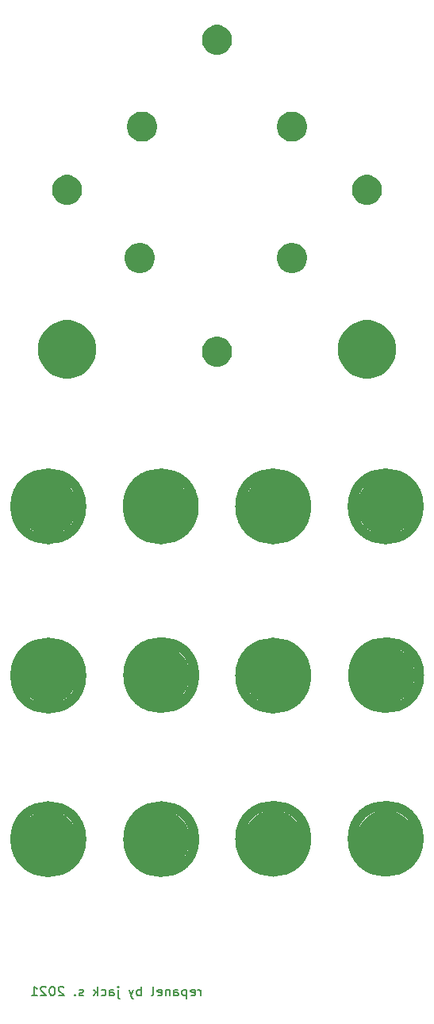
<source format=gbr>
G04 #@! TF.GenerationSoftware,KiCad,Pcbnew,(5.1.5-0)*
G04 #@! TF.CreationDate,2021-01-08T11:46:13-08:00*
G04 #@! TF.ProjectId,hyperchaosdeluxe,68797065-7263-4686-916f-7364656c7578,rev?*
G04 #@! TF.SameCoordinates,Original*
G04 #@! TF.FileFunction,Soldermask,Bot*
G04 #@! TF.FilePolarity,Negative*
%FSLAX46Y46*%
G04 Gerber Fmt 4.6, Leading zero omitted, Abs format (unit mm)*
G04 Created by KiCad (PCBNEW (5.1.5-0)) date 2021-01-08 11:46:13*
%MOMM*%
%LPD*%
G04 APERTURE LIST*
%ADD10C,0.150000*%
%ADD11C,1.000000*%
%ADD12C,0.100000*%
G04 APERTURE END LIST*
D10*
X23226190Y-371702380D02*
X23226190Y-371035714D01*
X23226190Y-371226190D02*
X23178571Y-371130952D01*
X23130952Y-371083333D01*
X23035714Y-371035714D01*
X22940476Y-371035714D01*
X22226190Y-371654761D02*
X22321428Y-371702380D01*
X22511904Y-371702380D01*
X22607142Y-371654761D01*
X22654761Y-371559523D01*
X22654761Y-371178571D01*
X22607142Y-371083333D01*
X22511904Y-371035714D01*
X22321428Y-371035714D01*
X22226190Y-371083333D01*
X22178571Y-371178571D01*
X22178571Y-371273809D01*
X22654761Y-371369047D01*
X21750000Y-371035714D02*
X21750000Y-372035714D01*
X21750000Y-371083333D02*
X21654761Y-371035714D01*
X21464285Y-371035714D01*
X21369047Y-371083333D01*
X21321428Y-371130952D01*
X21273809Y-371226190D01*
X21273809Y-371511904D01*
X21321428Y-371607142D01*
X21369047Y-371654761D01*
X21464285Y-371702380D01*
X21654761Y-371702380D01*
X21750000Y-371654761D01*
X20416666Y-371702380D02*
X20416666Y-371178571D01*
X20464285Y-371083333D01*
X20559523Y-371035714D01*
X20750000Y-371035714D01*
X20845238Y-371083333D01*
X20416666Y-371654761D02*
X20511904Y-371702380D01*
X20750000Y-371702380D01*
X20845238Y-371654761D01*
X20892857Y-371559523D01*
X20892857Y-371464285D01*
X20845238Y-371369047D01*
X20750000Y-371321428D01*
X20511904Y-371321428D01*
X20416666Y-371273809D01*
X19940476Y-371035714D02*
X19940476Y-371702380D01*
X19940476Y-371130952D02*
X19892857Y-371083333D01*
X19797619Y-371035714D01*
X19654761Y-371035714D01*
X19559523Y-371083333D01*
X19511904Y-371178571D01*
X19511904Y-371702380D01*
X18654761Y-371654761D02*
X18750000Y-371702380D01*
X18940476Y-371702380D01*
X19035714Y-371654761D01*
X19083333Y-371559523D01*
X19083333Y-371178571D01*
X19035714Y-371083333D01*
X18940476Y-371035714D01*
X18750000Y-371035714D01*
X18654761Y-371083333D01*
X18607142Y-371178571D01*
X18607142Y-371273809D01*
X19083333Y-371369047D01*
X18035714Y-371702380D02*
X18130952Y-371654761D01*
X18178571Y-371559523D01*
X18178571Y-370702380D01*
X16892857Y-371702380D02*
X16892857Y-370702380D01*
X16892857Y-371083333D02*
X16797619Y-371035714D01*
X16607142Y-371035714D01*
X16511904Y-371083333D01*
X16464285Y-371130952D01*
X16416666Y-371226190D01*
X16416666Y-371511904D01*
X16464285Y-371607142D01*
X16511904Y-371654761D01*
X16607142Y-371702380D01*
X16797619Y-371702380D01*
X16892857Y-371654761D01*
X16083333Y-371035714D02*
X15845238Y-371702380D01*
X15607142Y-371035714D02*
X15845238Y-371702380D01*
X15940476Y-371940476D01*
X15988095Y-371988095D01*
X16083333Y-372035714D01*
X14464285Y-371035714D02*
X14464285Y-371892857D01*
X14511904Y-371988095D01*
X14607142Y-372035714D01*
X14654761Y-372035714D01*
X14464285Y-370702380D02*
X14511904Y-370750000D01*
X14464285Y-370797619D01*
X14416666Y-370750000D01*
X14464285Y-370702380D01*
X14464285Y-370797619D01*
X13559523Y-371702380D02*
X13559523Y-371178571D01*
X13607142Y-371083333D01*
X13702380Y-371035714D01*
X13892857Y-371035714D01*
X13988095Y-371083333D01*
X13559523Y-371654761D02*
X13654761Y-371702380D01*
X13892857Y-371702380D01*
X13988095Y-371654761D01*
X14035714Y-371559523D01*
X14035714Y-371464285D01*
X13988095Y-371369047D01*
X13892857Y-371321428D01*
X13654761Y-371321428D01*
X13559523Y-371273809D01*
X12654761Y-371654761D02*
X12750000Y-371702380D01*
X12940476Y-371702380D01*
X13035714Y-371654761D01*
X13083333Y-371607142D01*
X13130952Y-371511904D01*
X13130952Y-371226190D01*
X13083333Y-371130952D01*
X13035714Y-371083333D01*
X12940476Y-371035714D01*
X12750000Y-371035714D01*
X12654761Y-371083333D01*
X12226190Y-371702380D02*
X12226190Y-370702380D01*
X12130952Y-371321428D02*
X11845238Y-371702380D01*
X11845238Y-371035714D02*
X12226190Y-371416666D01*
X10702380Y-371654761D02*
X10607142Y-371702380D01*
X10416666Y-371702380D01*
X10321428Y-371654761D01*
X10273809Y-371559523D01*
X10273809Y-371511904D01*
X10321428Y-371416666D01*
X10416666Y-371369047D01*
X10559523Y-371369047D01*
X10654761Y-371321428D01*
X10702380Y-371226190D01*
X10702380Y-371178571D01*
X10654761Y-371083333D01*
X10559523Y-371035714D01*
X10416666Y-371035714D01*
X10321428Y-371083333D01*
X9845238Y-371607142D02*
X9797619Y-371654761D01*
X9845238Y-371702380D01*
X9892857Y-371654761D01*
X9845238Y-371607142D01*
X9845238Y-371702380D01*
X8654761Y-370797619D02*
X8607142Y-370750000D01*
X8511904Y-370702380D01*
X8273809Y-370702380D01*
X8178571Y-370750000D01*
X8130952Y-370797619D01*
X8083333Y-370892857D01*
X8083333Y-370988095D01*
X8130952Y-371130952D01*
X8702380Y-371702380D01*
X8083333Y-371702380D01*
X7464285Y-370702380D02*
X7369047Y-370702380D01*
X7273809Y-370750000D01*
X7226190Y-370797619D01*
X7178571Y-370892857D01*
X7130952Y-371083333D01*
X7130952Y-371321428D01*
X7178571Y-371511904D01*
X7226190Y-371607142D01*
X7273809Y-371654761D01*
X7369047Y-371702380D01*
X7464285Y-371702380D01*
X7559523Y-371654761D01*
X7607142Y-371607142D01*
X7654761Y-371511904D01*
X7702380Y-371321428D01*
X7702380Y-371083333D01*
X7654761Y-370892857D01*
X7607142Y-370797619D01*
X7559523Y-370750000D01*
X7464285Y-370702380D01*
X6750000Y-370797619D02*
X6702380Y-370750000D01*
X6607142Y-370702380D01*
X6369047Y-370702380D01*
X6273809Y-370750000D01*
X6226190Y-370797619D01*
X6178571Y-370892857D01*
X6178571Y-370988095D01*
X6226190Y-371130952D01*
X6797619Y-371702380D01*
X6178571Y-371702380D01*
X5226190Y-371702380D02*
X5797619Y-371702380D01*
X5511904Y-371702380D02*
X5511904Y-370702380D01*
X5607142Y-370845238D01*
X5702380Y-370940476D01*
X5797619Y-370988095D01*
D11*
X10550000Y-319500000D02*
G75*
G03X10550000Y-319500000I-3550000J0D01*
G01*
X22550000Y-319500000D02*
G75*
G03X22550000Y-319500000I-3550000J0D01*
G01*
X46550000Y-319500000D02*
G75*
G03X46550000Y-319500000I-3550000J0D01*
G01*
X34550000Y-319500000D02*
G75*
G03X34550000Y-319500000I-3550000J0D01*
G01*
X10550000Y-337550000D02*
G75*
G03X10550000Y-337550000I-3550000J0D01*
G01*
X10550000Y-355000000D02*
G75*
G03X10550000Y-355000000I-3550000J0D01*
G01*
X22600000Y-355000000D02*
G75*
G03X22600000Y-355000000I-3550000J0D01*
G01*
X22600000Y-337500000D02*
G75*
G03X22600000Y-337500000I-3550000J0D01*
G01*
X34550000Y-354950000D02*
G75*
G03X34550000Y-354950000I-3550000J0D01*
G01*
X34550000Y-337550000D02*
G75*
G03X34550000Y-337550000I-3550000J0D01*
G01*
X46550000Y-354950000D02*
G75*
G03X46550000Y-354950000I-3550000J0D01*
G01*
X46600000Y-337500000D02*
G75*
G03X46600000Y-337500000I-3550000J0D01*
G01*
D12*
G36*
X43604975Y-351958585D02*
G01*
X43904528Y-352018170D01*
X44468874Y-352251930D01*
X44976772Y-352591296D01*
X45408704Y-353023228D01*
X45748070Y-353531126D01*
X45981830Y-354095472D01*
X46101000Y-354694578D01*
X46101000Y-355305422D01*
X45981830Y-355904528D01*
X45748070Y-356468874D01*
X45408704Y-356976772D01*
X44976772Y-357408704D01*
X44468874Y-357748070D01*
X43904528Y-357981830D01*
X43604975Y-358041415D01*
X43305423Y-358101000D01*
X42694577Y-358101000D01*
X42395025Y-358041415D01*
X42095472Y-357981830D01*
X41531126Y-357748070D01*
X41023228Y-357408704D01*
X40591296Y-356976772D01*
X40251930Y-356468874D01*
X40018170Y-355904528D01*
X39899000Y-355305422D01*
X39899000Y-354694578D01*
X40018170Y-354095472D01*
X40251930Y-353531126D01*
X40591296Y-353023228D01*
X41023228Y-352591296D01*
X41531126Y-352251930D01*
X42095472Y-352018170D01*
X42395025Y-351958585D01*
X42694577Y-351899000D01*
X43305423Y-351899000D01*
X43604975Y-351958585D01*
G37*
G36*
X31604975Y-351958585D02*
G01*
X31904528Y-352018170D01*
X32468874Y-352251930D01*
X32976772Y-352591296D01*
X33408704Y-353023228D01*
X33748070Y-353531126D01*
X33981830Y-354095472D01*
X34101000Y-354694578D01*
X34101000Y-355305422D01*
X33981830Y-355904528D01*
X33748070Y-356468874D01*
X33408704Y-356976772D01*
X32976772Y-357408704D01*
X32468874Y-357748070D01*
X31904528Y-357981830D01*
X31604975Y-358041415D01*
X31305423Y-358101000D01*
X30694577Y-358101000D01*
X30395025Y-358041415D01*
X30095472Y-357981830D01*
X29531126Y-357748070D01*
X29023228Y-357408704D01*
X28591296Y-356976772D01*
X28251930Y-356468874D01*
X28018170Y-355904528D01*
X27899000Y-355305422D01*
X27899000Y-354694578D01*
X28018170Y-354095472D01*
X28251930Y-353531126D01*
X28591296Y-353023228D01*
X29023228Y-352591296D01*
X29531126Y-352251930D01*
X30095472Y-352018170D01*
X30395025Y-351958585D01*
X30694577Y-351899000D01*
X31305423Y-351899000D01*
X31604975Y-351958585D01*
G37*
G36*
X19604975Y-351958585D02*
G01*
X19904528Y-352018170D01*
X20468874Y-352251930D01*
X20976772Y-352591296D01*
X21408704Y-353023228D01*
X21748070Y-353531126D01*
X21981830Y-354095472D01*
X22101000Y-354694578D01*
X22101000Y-355305422D01*
X21981830Y-355904528D01*
X21748070Y-356468874D01*
X21408704Y-356976772D01*
X20976772Y-357408704D01*
X20468874Y-357748070D01*
X19904528Y-357981830D01*
X19604975Y-358041415D01*
X19305423Y-358101000D01*
X18694577Y-358101000D01*
X18395025Y-358041415D01*
X18095472Y-357981830D01*
X17531126Y-357748070D01*
X17023228Y-357408704D01*
X16591296Y-356976772D01*
X16251930Y-356468874D01*
X16018170Y-355904528D01*
X15899000Y-355305422D01*
X15899000Y-354694578D01*
X16018170Y-354095472D01*
X16251930Y-353531126D01*
X16591296Y-353023228D01*
X17023228Y-352591296D01*
X17531126Y-352251930D01*
X18095472Y-352018170D01*
X18395025Y-351958585D01*
X18694577Y-351899000D01*
X19305423Y-351899000D01*
X19604975Y-351958585D01*
G37*
G36*
X7604975Y-351958585D02*
G01*
X7904528Y-352018170D01*
X8468874Y-352251930D01*
X8976772Y-352591296D01*
X9408704Y-353023228D01*
X9748070Y-353531126D01*
X9981830Y-354095472D01*
X10101000Y-354694578D01*
X10101000Y-355305422D01*
X9981830Y-355904528D01*
X9748070Y-356468874D01*
X9408704Y-356976772D01*
X8976772Y-357408704D01*
X8468874Y-357748070D01*
X7904528Y-357981830D01*
X7604975Y-358041415D01*
X7305423Y-358101000D01*
X6694577Y-358101000D01*
X6395025Y-358041415D01*
X6095472Y-357981830D01*
X5531126Y-357748070D01*
X5023228Y-357408704D01*
X4591296Y-356976772D01*
X4251930Y-356468874D01*
X4018170Y-355904528D01*
X3899000Y-355305422D01*
X3899000Y-354694578D01*
X4018170Y-354095472D01*
X4251930Y-353531126D01*
X4591296Y-353023228D01*
X5023228Y-352591296D01*
X5531126Y-352251930D01*
X6095472Y-352018170D01*
X6395025Y-351958585D01*
X6694577Y-351899000D01*
X7305423Y-351899000D01*
X7604975Y-351958585D01*
G37*
G36*
X43604975Y-334458585D02*
G01*
X43904528Y-334518170D01*
X44468874Y-334751930D01*
X44976772Y-335091296D01*
X45408704Y-335523228D01*
X45748070Y-336031126D01*
X45981830Y-336595472D01*
X46101000Y-337194578D01*
X46101000Y-337805422D01*
X45981830Y-338404528D01*
X45748070Y-338968874D01*
X45408704Y-339476772D01*
X44976772Y-339908704D01*
X44468874Y-340248070D01*
X43904528Y-340481830D01*
X43604975Y-340541415D01*
X43305423Y-340601000D01*
X42694577Y-340601000D01*
X42395025Y-340541415D01*
X42095472Y-340481830D01*
X41531126Y-340248070D01*
X41023228Y-339908704D01*
X40591296Y-339476772D01*
X40251930Y-338968874D01*
X40018170Y-338404528D01*
X39899000Y-337805422D01*
X39899000Y-337194578D01*
X40018170Y-336595472D01*
X40251930Y-336031126D01*
X40591296Y-335523228D01*
X41023228Y-335091296D01*
X41531126Y-334751930D01*
X42095472Y-334518170D01*
X42395025Y-334458585D01*
X42694577Y-334399000D01*
X43305423Y-334399000D01*
X43604975Y-334458585D01*
G37*
G36*
X31604975Y-334458585D02*
G01*
X31904528Y-334518170D01*
X32468874Y-334751930D01*
X32976772Y-335091296D01*
X33408704Y-335523228D01*
X33748070Y-336031126D01*
X33981830Y-336595472D01*
X34101000Y-337194578D01*
X34101000Y-337805422D01*
X33981830Y-338404528D01*
X33748070Y-338968874D01*
X33408704Y-339476772D01*
X32976772Y-339908704D01*
X32468874Y-340248070D01*
X31904528Y-340481830D01*
X31604975Y-340541415D01*
X31305423Y-340601000D01*
X30694577Y-340601000D01*
X30395025Y-340541415D01*
X30095472Y-340481830D01*
X29531126Y-340248070D01*
X29023228Y-339908704D01*
X28591296Y-339476772D01*
X28251930Y-338968874D01*
X28018170Y-338404528D01*
X27899000Y-337805422D01*
X27899000Y-337194578D01*
X28018170Y-336595472D01*
X28251930Y-336031126D01*
X28591296Y-335523228D01*
X29023228Y-335091296D01*
X29531126Y-334751930D01*
X30095472Y-334518170D01*
X30395025Y-334458585D01*
X30694577Y-334399000D01*
X31305423Y-334399000D01*
X31604975Y-334458585D01*
G37*
G36*
X19604975Y-334458585D02*
G01*
X19904528Y-334518170D01*
X20468874Y-334751930D01*
X20976772Y-335091296D01*
X21408704Y-335523228D01*
X21748070Y-336031126D01*
X21981830Y-336595472D01*
X22101000Y-337194578D01*
X22101000Y-337805422D01*
X21981830Y-338404528D01*
X21748070Y-338968874D01*
X21408704Y-339476772D01*
X20976772Y-339908704D01*
X20468874Y-340248070D01*
X19904528Y-340481830D01*
X19604975Y-340541415D01*
X19305423Y-340601000D01*
X18694577Y-340601000D01*
X18395025Y-340541415D01*
X18095472Y-340481830D01*
X17531126Y-340248070D01*
X17023228Y-339908704D01*
X16591296Y-339476772D01*
X16251930Y-338968874D01*
X16018170Y-338404528D01*
X15899000Y-337805422D01*
X15899000Y-337194578D01*
X16018170Y-336595472D01*
X16251930Y-336031126D01*
X16591296Y-335523228D01*
X17023228Y-335091296D01*
X17531126Y-334751930D01*
X18095472Y-334518170D01*
X18395025Y-334458585D01*
X18694577Y-334399000D01*
X19305423Y-334399000D01*
X19604975Y-334458585D01*
G37*
G36*
X7604975Y-334458585D02*
G01*
X7904528Y-334518170D01*
X8468874Y-334751930D01*
X8976772Y-335091296D01*
X9408704Y-335523228D01*
X9748070Y-336031126D01*
X9981830Y-336595472D01*
X10101000Y-337194578D01*
X10101000Y-337805422D01*
X9981830Y-338404528D01*
X9748070Y-338968874D01*
X9408704Y-339476772D01*
X8976772Y-339908704D01*
X8468874Y-340248070D01*
X7904528Y-340481830D01*
X7604975Y-340541415D01*
X7305423Y-340601000D01*
X6694577Y-340601000D01*
X6395025Y-340541415D01*
X6095472Y-340481830D01*
X5531126Y-340248070D01*
X5023228Y-339908704D01*
X4591296Y-339476772D01*
X4251930Y-338968874D01*
X4018170Y-338404528D01*
X3899000Y-337805422D01*
X3899000Y-337194578D01*
X4018170Y-336595472D01*
X4251930Y-336031126D01*
X4591296Y-335523228D01*
X5023228Y-335091296D01*
X5531126Y-334751930D01*
X6095472Y-334518170D01*
X6395025Y-334458585D01*
X6694577Y-334399000D01*
X7305423Y-334399000D01*
X7604975Y-334458585D01*
G37*
G36*
X7604975Y-316458585D02*
G01*
X7904528Y-316518170D01*
X8468874Y-316751930D01*
X8976772Y-317091296D01*
X9408704Y-317523228D01*
X9748070Y-318031126D01*
X9981830Y-318595472D01*
X10101000Y-319194578D01*
X10101000Y-319805422D01*
X9981830Y-320404528D01*
X9748070Y-320968874D01*
X9408704Y-321476772D01*
X8976772Y-321908704D01*
X8468874Y-322248070D01*
X7904528Y-322481830D01*
X7604975Y-322541415D01*
X7305423Y-322601000D01*
X6694577Y-322601000D01*
X6395025Y-322541415D01*
X6095472Y-322481830D01*
X5531126Y-322248070D01*
X5023228Y-321908704D01*
X4591296Y-321476772D01*
X4251930Y-320968874D01*
X4018170Y-320404528D01*
X3899000Y-319805422D01*
X3899000Y-319194578D01*
X4018170Y-318595472D01*
X4251930Y-318031126D01*
X4591296Y-317523228D01*
X5023228Y-317091296D01*
X5531126Y-316751930D01*
X6095472Y-316518170D01*
X6395025Y-316458585D01*
X6694577Y-316399000D01*
X7305423Y-316399000D01*
X7604975Y-316458585D01*
G37*
G36*
X19604975Y-316458585D02*
G01*
X19904528Y-316518170D01*
X20468874Y-316751930D01*
X20976772Y-317091296D01*
X21408704Y-317523228D01*
X21748070Y-318031126D01*
X21981830Y-318595472D01*
X22101000Y-319194578D01*
X22101000Y-319805422D01*
X21981830Y-320404528D01*
X21748070Y-320968874D01*
X21408704Y-321476772D01*
X20976772Y-321908704D01*
X20468874Y-322248070D01*
X19904528Y-322481830D01*
X19604975Y-322541415D01*
X19305423Y-322601000D01*
X18694577Y-322601000D01*
X18395025Y-322541415D01*
X18095472Y-322481830D01*
X17531126Y-322248070D01*
X17023228Y-321908704D01*
X16591296Y-321476772D01*
X16251930Y-320968874D01*
X16018170Y-320404528D01*
X15899000Y-319805422D01*
X15899000Y-319194578D01*
X16018170Y-318595472D01*
X16251930Y-318031126D01*
X16591296Y-317523228D01*
X17023228Y-317091296D01*
X17531126Y-316751930D01*
X18095472Y-316518170D01*
X18395025Y-316458585D01*
X18694577Y-316399000D01*
X19305423Y-316399000D01*
X19604975Y-316458585D01*
G37*
G36*
X31604975Y-316458585D02*
G01*
X31904528Y-316518170D01*
X32468874Y-316751930D01*
X32976772Y-317091296D01*
X33408704Y-317523228D01*
X33748070Y-318031126D01*
X33981830Y-318595472D01*
X34101000Y-319194578D01*
X34101000Y-319805422D01*
X33981830Y-320404528D01*
X33748070Y-320968874D01*
X33408704Y-321476772D01*
X32976772Y-321908704D01*
X32468874Y-322248070D01*
X31904528Y-322481830D01*
X31604975Y-322541415D01*
X31305423Y-322601000D01*
X30694577Y-322601000D01*
X30395025Y-322541415D01*
X30095472Y-322481830D01*
X29531126Y-322248070D01*
X29023228Y-321908704D01*
X28591296Y-321476772D01*
X28251930Y-320968874D01*
X28018170Y-320404528D01*
X27899000Y-319805422D01*
X27899000Y-319194578D01*
X28018170Y-318595472D01*
X28251930Y-318031126D01*
X28591296Y-317523228D01*
X29023228Y-317091296D01*
X29531126Y-316751930D01*
X30095472Y-316518170D01*
X30395025Y-316458585D01*
X30694577Y-316399000D01*
X31305423Y-316399000D01*
X31604975Y-316458585D01*
G37*
G36*
X43604975Y-316458585D02*
G01*
X43904528Y-316518170D01*
X44468874Y-316751930D01*
X44976772Y-317091296D01*
X45408704Y-317523228D01*
X45748070Y-318031126D01*
X45981830Y-318595472D01*
X46101000Y-319194578D01*
X46101000Y-319805422D01*
X45981830Y-320404528D01*
X45748070Y-320968874D01*
X45408704Y-321476772D01*
X44976772Y-321908704D01*
X44468874Y-322248070D01*
X43904528Y-322481830D01*
X43604975Y-322541415D01*
X43305423Y-322601000D01*
X42694577Y-322601000D01*
X42395025Y-322541415D01*
X42095472Y-322481830D01*
X41531126Y-322248070D01*
X41023228Y-321908704D01*
X40591296Y-321476772D01*
X40251930Y-320968874D01*
X40018170Y-320404528D01*
X39899000Y-319805422D01*
X39899000Y-319194578D01*
X40018170Y-318595472D01*
X40251930Y-318031126D01*
X40591296Y-317523228D01*
X41023228Y-317091296D01*
X41531126Y-316751930D01*
X42095472Y-316518170D01*
X42395025Y-316458585D01*
X42694577Y-316399000D01*
X43305423Y-316399000D01*
X43604975Y-316458585D01*
G37*
G36*
X41604975Y-299708585D02*
G01*
X41904528Y-299768170D01*
X42468874Y-300001930D01*
X42976772Y-300341296D01*
X43408704Y-300773228D01*
X43748070Y-301281126D01*
X43981830Y-301845472D01*
X44101000Y-302444578D01*
X44101000Y-303055422D01*
X43981830Y-303654528D01*
X43748070Y-304218874D01*
X43408704Y-304726772D01*
X42976772Y-305158704D01*
X42468874Y-305498070D01*
X41904528Y-305731830D01*
X41604975Y-305791415D01*
X41305423Y-305851000D01*
X40694577Y-305851000D01*
X40395025Y-305791415D01*
X40095472Y-305731830D01*
X39531126Y-305498070D01*
X39023228Y-305158704D01*
X38591296Y-304726772D01*
X38251930Y-304218874D01*
X38018170Y-303654528D01*
X37899000Y-303055422D01*
X37899000Y-302444578D01*
X38018170Y-301845472D01*
X38251930Y-301281126D01*
X38591296Y-300773228D01*
X39023228Y-300341296D01*
X39531126Y-300001930D01*
X40095472Y-299768170D01*
X40395025Y-299708585D01*
X40694577Y-299649000D01*
X41305423Y-299649000D01*
X41604975Y-299708585D01*
G37*
G36*
X9604975Y-299708585D02*
G01*
X9904528Y-299768170D01*
X10468874Y-300001930D01*
X10976772Y-300341296D01*
X11408704Y-300773228D01*
X11748070Y-301281126D01*
X11981830Y-301845472D01*
X12101000Y-302444578D01*
X12101000Y-303055422D01*
X11981830Y-303654528D01*
X11748070Y-304218874D01*
X11408704Y-304726772D01*
X10976772Y-305158704D01*
X10468874Y-305498070D01*
X9904528Y-305731830D01*
X9604975Y-305791415D01*
X9305423Y-305851000D01*
X8694577Y-305851000D01*
X8395025Y-305791415D01*
X8095472Y-305731830D01*
X7531126Y-305498070D01*
X7023228Y-305158704D01*
X6591296Y-304726772D01*
X6251930Y-304218874D01*
X6018170Y-303654528D01*
X5899000Y-303055422D01*
X5899000Y-302444578D01*
X6018170Y-301845472D01*
X6251930Y-301281126D01*
X6591296Y-300773228D01*
X7023228Y-300341296D01*
X7531126Y-300001930D01*
X8095472Y-299768170D01*
X8395025Y-299708585D01*
X8694577Y-299649000D01*
X9305423Y-299649000D01*
X9604975Y-299708585D01*
G37*
G36*
X25196217Y-301406665D02*
G01*
X25466995Y-301460525D01*
X25758358Y-301581212D01*
X26020578Y-301756422D01*
X26243578Y-301979422D01*
X26418788Y-302241642D01*
X26539475Y-302533005D01*
X26601000Y-302842315D01*
X26601000Y-303157685D01*
X26539475Y-303466995D01*
X26418788Y-303758358D01*
X26243578Y-304020578D01*
X26020578Y-304243578D01*
X25758358Y-304418788D01*
X25466995Y-304539475D01*
X25196217Y-304593335D01*
X25157686Y-304601000D01*
X24842314Y-304601000D01*
X24803783Y-304593335D01*
X24533005Y-304539475D01*
X24241642Y-304418788D01*
X23979422Y-304243578D01*
X23756422Y-304020578D01*
X23581212Y-303758358D01*
X23460525Y-303466995D01*
X23399000Y-303157685D01*
X23399000Y-302842315D01*
X23460525Y-302533005D01*
X23581212Y-302241642D01*
X23756422Y-301979422D01*
X23979422Y-301756422D01*
X24241642Y-301581212D01*
X24533005Y-301460525D01*
X24803783Y-301406665D01*
X24842314Y-301399000D01*
X25157686Y-301399000D01*
X25196217Y-301406665D01*
G37*
G36*
X16946217Y-291406665D02*
G01*
X17216995Y-291460525D01*
X17508358Y-291581212D01*
X17770578Y-291756422D01*
X17993578Y-291979422D01*
X18168788Y-292241642D01*
X18289475Y-292533005D01*
X18351000Y-292842315D01*
X18351000Y-293157685D01*
X18289475Y-293466995D01*
X18168788Y-293758358D01*
X17993578Y-294020578D01*
X17770578Y-294243578D01*
X17508358Y-294418788D01*
X17216995Y-294539475D01*
X16946217Y-294593335D01*
X16907686Y-294601000D01*
X16592314Y-294601000D01*
X16553783Y-294593335D01*
X16283005Y-294539475D01*
X15991642Y-294418788D01*
X15729422Y-294243578D01*
X15506422Y-294020578D01*
X15331212Y-293758358D01*
X15210525Y-293466995D01*
X15149000Y-293157685D01*
X15149000Y-292842315D01*
X15210525Y-292533005D01*
X15331212Y-292241642D01*
X15506422Y-291979422D01*
X15729422Y-291756422D01*
X15991642Y-291581212D01*
X16283005Y-291460525D01*
X16553783Y-291406665D01*
X16592314Y-291399000D01*
X16907686Y-291399000D01*
X16946217Y-291406665D01*
G37*
G36*
X33196217Y-291406665D02*
G01*
X33466995Y-291460525D01*
X33758358Y-291581212D01*
X34020578Y-291756422D01*
X34243578Y-291979422D01*
X34418788Y-292241642D01*
X34539475Y-292533005D01*
X34601000Y-292842315D01*
X34601000Y-293157685D01*
X34539475Y-293466995D01*
X34418788Y-293758358D01*
X34243578Y-294020578D01*
X34020578Y-294243578D01*
X33758358Y-294418788D01*
X33466995Y-294539475D01*
X33196217Y-294593335D01*
X33157686Y-294601000D01*
X32842314Y-294601000D01*
X32803783Y-294593335D01*
X32533005Y-294539475D01*
X32241642Y-294418788D01*
X31979422Y-294243578D01*
X31756422Y-294020578D01*
X31581212Y-293758358D01*
X31460525Y-293466995D01*
X31399000Y-293157685D01*
X31399000Y-292842315D01*
X31460525Y-292533005D01*
X31581212Y-292241642D01*
X31756422Y-291979422D01*
X31979422Y-291756422D01*
X32241642Y-291581212D01*
X32533005Y-291460525D01*
X32803783Y-291406665D01*
X32842314Y-291399000D01*
X33157686Y-291399000D01*
X33196217Y-291406665D01*
G37*
G36*
X41196217Y-284156665D02*
G01*
X41466995Y-284210525D01*
X41758358Y-284331212D01*
X42020578Y-284506422D01*
X42243578Y-284729422D01*
X42418788Y-284991642D01*
X42539475Y-285283005D01*
X42601000Y-285592315D01*
X42601000Y-285907685D01*
X42539475Y-286216995D01*
X42418788Y-286508358D01*
X42243578Y-286770578D01*
X42020578Y-286993578D01*
X41758358Y-287168788D01*
X41466995Y-287289475D01*
X41196217Y-287343335D01*
X41157686Y-287351000D01*
X40842314Y-287351000D01*
X40803783Y-287343335D01*
X40533005Y-287289475D01*
X40241642Y-287168788D01*
X39979422Y-286993578D01*
X39756422Y-286770578D01*
X39581212Y-286508358D01*
X39460525Y-286216995D01*
X39399000Y-285907685D01*
X39399000Y-285592315D01*
X39460525Y-285283005D01*
X39581212Y-284991642D01*
X39756422Y-284729422D01*
X39979422Y-284506422D01*
X40241642Y-284331212D01*
X40533005Y-284210525D01*
X40803783Y-284156665D01*
X40842314Y-284149000D01*
X41157686Y-284149000D01*
X41196217Y-284156665D01*
G37*
G36*
X9196217Y-284156665D02*
G01*
X9466995Y-284210525D01*
X9758358Y-284331212D01*
X10020578Y-284506422D01*
X10243578Y-284729422D01*
X10418788Y-284991642D01*
X10539475Y-285283005D01*
X10601000Y-285592315D01*
X10601000Y-285907685D01*
X10539475Y-286216995D01*
X10418788Y-286508358D01*
X10243578Y-286770578D01*
X10020578Y-286993578D01*
X9758358Y-287168788D01*
X9466995Y-287289475D01*
X9196217Y-287343335D01*
X9157686Y-287351000D01*
X8842314Y-287351000D01*
X8803783Y-287343335D01*
X8533005Y-287289475D01*
X8241642Y-287168788D01*
X7979422Y-286993578D01*
X7756422Y-286770578D01*
X7581212Y-286508358D01*
X7460525Y-286216995D01*
X7399000Y-285907685D01*
X7399000Y-285592315D01*
X7460525Y-285283005D01*
X7581212Y-284991642D01*
X7756422Y-284729422D01*
X7979422Y-284506422D01*
X8241642Y-284331212D01*
X8533005Y-284210525D01*
X8803783Y-284156665D01*
X8842314Y-284149000D01*
X9157686Y-284149000D01*
X9196217Y-284156665D01*
G37*
G36*
X33196217Y-277406665D02*
G01*
X33466995Y-277460525D01*
X33758358Y-277581212D01*
X34020578Y-277756422D01*
X34243578Y-277979422D01*
X34418788Y-278241642D01*
X34539475Y-278533005D01*
X34601000Y-278842315D01*
X34601000Y-279157685D01*
X34539475Y-279466995D01*
X34418788Y-279758358D01*
X34243578Y-280020578D01*
X34020578Y-280243578D01*
X33758358Y-280418788D01*
X33466995Y-280539475D01*
X33196217Y-280593335D01*
X33157686Y-280601000D01*
X32842314Y-280601000D01*
X32803783Y-280593335D01*
X32533005Y-280539475D01*
X32241642Y-280418788D01*
X31979422Y-280243578D01*
X31756422Y-280020578D01*
X31581212Y-279758358D01*
X31460525Y-279466995D01*
X31399000Y-279157685D01*
X31399000Y-278842315D01*
X31460525Y-278533005D01*
X31581212Y-278241642D01*
X31756422Y-277979422D01*
X31979422Y-277756422D01*
X32241642Y-277581212D01*
X32533005Y-277460525D01*
X32803783Y-277406665D01*
X32842314Y-277399000D01*
X33157686Y-277399000D01*
X33196217Y-277406665D01*
G37*
G36*
X17196217Y-277406665D02*
G01*
X17466995Y-277460525D01*
X17758358Y-277581212D01*
X18020578Y-277756422D01*
X18243578Y-277979422D01*
X18418788Y-278241642D01*
X18539475Y-278533005D01*
X18601000Y-278842315D01*
X18601000Y-279157685D01*
X18539475Y-279466995D01*
X18418788Y-279758358D01*
X18243578Y-280020578D01*
X18020578Y-280243578D01*
X17758358Y-280418788D01*
X17466995Y-280539475D01*
X17196217Y-280593335D01*
X17157686Y-280601000D01*
X16842314Y-280601000D01*
X16803783Y-280593335D01*
X16533005Y-280539475D01*
X16241642Y-280418788D01*
X15979422Y-280243578D01*
X15756422Y-280020578D01*
X15581212Y-279758358D01*
X15460525Y-279466995D01*
X15399000Y-279157685D01*
X15399000Y-278842315D01*
X15460525Y-278533005D01*
X15581212Y-278241642D01*
X15756422Y-277979422D01*
X15979422Y-277756422D01*
X16241642Y-277581212D01*
X16533005Y-277460525D01*
X16803783Y-277406665D01*
X16842314Y-277399000D01*
X17157686Y-277399000D01*
X17196217Y-277406665D01*
G37*
G36*
X25196217Y-268156665D02*
G01*
X25466995Y-268210525D01*
X25758358Y-268331212D01*
X26020578Y-268506422D01*
X26243578Y-268729422D01*
X26418788Y-268991642D01*
X26539475Y-269283005D01*
X26601000Y-269592315D01*
X26601000Y-269907685D01*
X26539475Y-270216995D01*
X26418788Y-270508358D01*
X26243578Y-270770578D01*
X26020578Y-270993578D01*
X25758358Y-271168788D01*
X25466995Y-271289475D01*
X25196217Y-271343335D01*
X25157686Y-271351000D01*
X24842314Y-271351000D01*
X24803783Y-271343335D01*
X24533005Y-271289475D01*
X24241642Y-271168788D01*
X23979422Y-270993578D01*
X23756422Y-270770578D01*
X23581212Y-270508358D01*
X23460525Y-270216995D01*
X23399000Y-269907685D01*
X23399000Y-269592315D01*
X23460525Y-269283005D01*
X23581212Y-268991642D01*
X23756422Y-268729422D01*
X23979422Y-268506422D01*
X24241642Y-268331212D01*
X24533005Y-268210525D01*
X24803783Y-268156665D01*
X24842314Y-268149000D01*
X25157686Y-268149000D01*
X25196217Y-268156665D01*
G37*
M02*

</source>
